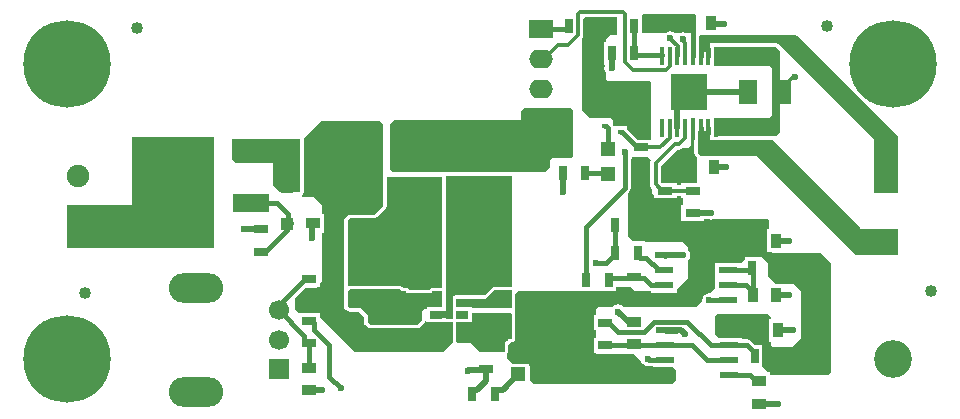
<source format=gtl>
G04*
G04 #@! TF.GenerationSoftware,Altium Limited,Altium Designer,20.2.4 (192)*
G04*
G04 Layer_Physical_Order=1*
G04 Layer_Color=255*
%FSLAX44Y44*%
%MOMM*%
G71*
G04*
G04 #@! TF.SameCoordinates,784D42F2-C5A6-4340-B429-8165139C0F3B*
G04*
G04*
G04 #@! TF.FilePolarity,Positive*
G04*
G01*
G75*
%ADD10C,0.5000*%
%ADD16R,1.2000X1.2000*%
%ADD17R,0.9000X1.3000*%
%ADD18R,1.3000X0.9000*%
%ADD19R,1.3000X0.7000*%
%ADD20R,0.7000X1.3000*%
%ADD21R,1.5000X2.0000*%
%ADD22R,1.3000X2.8000*%
%ADD23R,3.1000X1.6000*%
%ADD24R,6.9000X6.3500*%
%ADD25R,1.5494X0.6096*%
%ADD26R,0.5100X0.4000*%
%ADD27R,1.0000X0.7000*%
%ADD28R,1.5200X2.0300*%
%ADD29R,1.6000X5.7000*%
%ADD30R,1.0000X1.0000*%
%ADD31R,1.2500X0.9500*%
%ADD32R,0.3548X1.5533*%
%ADD50R,3.0988X3.0988*%
%ADD57C,1.9000*%
%ADD60C,1.0160*%
%ADD61C,0.4000*%
%ADD62C,0.3556*%
%ADD63C,0.3810*%
%ADD64R,1.9000X1.9000*%
%ADD65O,2.0000X1.6000*%
%ADD66R,2.0000X1.6000*%
%ADD67C,7.4000*%
%ADD68O,4.6000X2.5000*%
%ADD69C,1.7000*%
%ADD70R,1.7000X1.7000*%
%ADD71C,3.2000*%
%ADD72C,0.6000*%
G36*
X583000Y341000D02*
X583000Y327000D01*
X582000Y326000D01*
X574446D01*
X574192Y326169D01*
X571851Y326635D01*
X569510Y326169D01*
X569257Y326000D01*
X564922D01*
X563603Y326881D01*
X561262Y327347D01*
X558921Y326881D01*
X557602Y326000D01*
X537000Y326000D01*
Y341000D01*
X538000Y342000D01*
X582000D01*
X583000Y341000D01*
D02*
G37*
G36*
X651000Y314000D02*
X654000Y311000D01*
X654000Y286000D01*
X663000D01*
Y266000D01*
X654000D01*
Y242000D01*
X651000Y239000D01*
X599044D01*
X598160Y240270D01*
X598348Y241214D01*
Y245755D01*
X598024Y247383D01*
Y254000D01*
X645000D01*
X647000Y256000D01*
Y296000D01*
X645000Y298000D01*
X598024D01*
Y304617D01*
X598348Y306245D01*
Y311774D01*
X598158Y312730D01*
X599035Y313999D01*
X599036Y314000D01*
X651000Y314000D01*
D02*
G37*
G36*
X516000Y325000D02*
X515000Y324000D01*
X510000D01*
X507000Y321000D01*
Y318500D01*
X505000D01*
Y299500D01*
X505373D01*
X505734Y298593D01*
X505803Y298230D01*
X505363Y296016D01*
X505829Y293675D01*
X507000Y291921D01*
Y286000D01*
X508000Y285000D01*
X544000D01*
X545000Y284000D01*
Y235500D01*
X533573D01*
X524550Y244523D01*
Y247000D01*
X519005D01*
X519000Y247001D01*
X518995Y247000D01*
X513450D01*
X513000Y248084D01*
Y252000D01*
X511000Y254000D01*
X493000D01*
X486000Y261000D01*
Y320268D01*
X486223Y320490D01*
X487279Y322071D01*
X487650Y323935D01*
X487650Y323935D01*
Y337650D01*
X489128Y339128D01*
X516000D01*
Y325000D01*
D02*
G37*
G36*
X581976Y247383D02*
X581652Y245755D01*
Y241214D01*
X581965Y239640D01*
Y236594D01*
X581674Y236159D01*
X581441Y234988D01*
Y224500D01*
X581674Y223330D01*
X582337Y222337D01*
X584000Y220674D01*
Y199000D01*
X570500D01*
Y197372D01*
X566500D01*
Y199000D01*
X554389D01*
X553542Y199847D01*
Y213653D01*
X567018Y227128D01*
X568379D01*
X568379Y227128D01*
X569934Y227438D01*
X570243Y227499D01*
X571367Y228250D01*
X576000D01*
X578500Y230750D01*
Y234988D01*
X578524D01*
Y236896D01*
X578618Y237367D01*
X578618Y237367D01*
Y245734D01*
X578622Y245755D01*
X578524Y246245D01*
Y253500D01*
X581976D01*
Y247383D01*
D02*
G37*
G36*
X479000Y260000D02*
Y222000D01*
X477000Y220000D01*
X461000D01*
X459000Y218000D01*
Y212000D01*
X455000Y208000D01*
X427295D01*
X427000Y208059D01*
X371000D01*
X370704Y208000D01*
X326000D01*
Y208000D01*
X324000Y210000D01*
Y249000D01*
X327000Y252000D01*
X434000D01*
X435000Y253000D01*
Y260000D01*
X437000Y262000D01*
Y262000D01*
X477000D01*
X479000Y260000D01*
D02*
G37*
G36*
X248000Y192000D02*
X247000Y191000D01*
X231000Y191000D01*
X225000Y197000D01*
Y216000D01*
X193000Y216000D01*
X190000Y219000D01*
Y236000D01*
X248000D01*
Y192000D01*
D02*
G37*
G36*
X733250Y259250D02*
X753750Y238750D01*
X753750Y190500D01*
X753250Y190000D01*
X733250Y190000D01*
X733250Y236000D01*
X656315Y312935D01*
X656163Y313163D01*
X656163Y313163D01*
X653163Y316163D01*
X653163Y316163D01*
X652170Y316826D01*
X652170D01*
X652170Y316826D01*
X651000Y317059D01*
X651000Y317059D01*
X599036Y317059D01*
X598827Y317017D01*
X598615Y317030D01*
X598564Y317012D01*
X594976D01*
Y310250D01*
X585348D01*
Y323598D01*
X586250Y324500D01*
X668000D01*
X733250Y259250D01*
D02*
G37*
G36*
X175000Y144000D02*
X50000D01*
Y180000D01*
X105000Y180000D01*
X105000Y238000D01*
X175000D01*
Y144000D01*
D02*
G37*
G36*
X367941Y110059D02*
X359500D01*
X358329Y109826D01*
X357337Y109163D01*
X356933Y108559D01*
X340066D01*
X339663Y109163D01*
X338671Y109826D01*
X337500Y110059D01*
X335267D01*
X334163Y111163D01*
X334163Y111163D01*
X333171Y111826D01*
X332000Y112059D01*
X290000D01*
X289329Y111925D01*
X288059Y112722D01*
Y166733D01*
X290267Y168941D01*
X310302D01*
X310302Y168941D01*
X311473Y169174D01*
X312465Y169837D01*
X312465Y169837D01*
X320163Y177535D01*
X320826Y178527D01*
X321059Y179698D01*
X321059Y179698D01*
Y204000D01*
X367941D01*
X367941Y110059D01*
D02*
G37*
G36*
X594976Y234988D02*
X604524D01*
Y235000D01*
X648250D01*
X723000Y160250D01*
X753750D01*
Y138250D01*
X753250Y137750D01*
X718000D01*
X634250Y221500D01*
X587500D01*
X584500Y224500D01*
Y234988D01*
X585024D01*
Y242500D01*
X594976D01*
Y234988D01*
D02*
G37*
G36*
X427000Y93000D02*
X393000D01*
Y94000D01*
X380059D01*
Y100652D01*
X380171Y100674D01*
X380570Y100941D01*
X404000D01*
X404000Y100941D01*
X405171Y101174D01*
X406163Y101837D01*
X412267Y107941D01*
X427000D01*
Y93000D01*
D02*
G37*
G36*
Y111000D02*
X411000D01*
X404000Y104000D01*
X379000D01*
Y103500D01*
X377000D01*
Y90500D01*
Y84000D01*
X371000D01*
Y84500D01*
X358000D01*
Y90500D01*
X371000D01*
Y92000D01*
X371000Y92000D01*
Y205000D01*
X427000D01*
Y111000D01*
D02*
G37*
G36*
X332000Y109000D02*
X334000Y107000D01*
X337500D01*
Y105500D01*
X359500D01*
Y107000D01*
X367941D01*
Y94000D01*
X355000D01*
Y92000D01*
X353000D01*
X351000Y90000D01*
Y83000D01*
X347000Y79000D01*
X307000D01*
X305000Y81000D01*
Y87000D01*
X299000Y93000D01*
X290000D01*
X288000Y95000D01*
Y107000D01*
X290000Y109000D01*
X332000D01*
Y109000D01*
D02*
G37*
G36*
X544689Y218311D02*
X544170Y217535D01*
X543799Y215671D01*
X543799Y215671D01*
Y197829D01*
X543799Y197829D01*
X544170Y195965D01*
X545226Y194385D01*
X546000Y193610D01*
Y190000D01*
X547500Y188500D01*
Y186000D01*
X566500D01*
Y187628D01*
X570500D01*
Y186000D01*
X572000D01*
X572000Y180898D01*
X571102Y180000D01*
X570500D01*
Y167000D01*
X589500D01*
Y168000D01*
X593940D01*
X595433Y167703D01*
X596925Y168000D01*
X644000Y168000D01*
X645000Y167000D01*
Y159500D01*
X643000D01*
Y140500D01*
X647500D01*
X648000Y140000D01*
X688000D01*
X697000Y131000D01*
Y38000D01*
X695000Y36000D01*
X646000D01*
X645500Y36500D01*
Y38500D01*
X643500D01*
X639000Y43000D01*
Y59000D01*
X639000Y59000D01*
Y61500D01*
X633073D01*
X629336Y65236D01*
X627714Y66320D01*
X626423Y66577D01*
X626000Y67000D01*
X621849D01*
Y67748D01*
X602252D01*
X599000Y71000D01*
X599000Y86000D01*
X601000Y88000D01*
X643000Y88000D01*
X646000Y85000D01*
Y83500D01*
X645000D01*
Y64500D01*
X646000D01*
Y62000D01*
X648000Y60000D01*
X664000Y60000D01*
X672000Y68000D01*
X672000Y107000D01*
X666000Y113000D01*
X658000D01*
Y113500D01*
X650500D01*
X644000Y120000D01*
Y131000D01*
X639000Y136000D01*
X637500Y136000D01*
X637000Y136500D01*
Y136500D01*
X624000D01*
Y134000D01*
X620999Y130999D01*
X601999Y130999D01*
X601898Y130898D01*
X599304D01*
Y128304D01*
X599000Y128000D01*
X599000Y110000D01*
X594512Y105512D01*
X594253Y105564D01*
X591912Y105098D01*
X589928Y103772D01*
X588601Y101787D01*
X588136Y99446D01*
X588187Y99187D01*
X583000Y94000D01*
X521543Y94000D01*
X521326Y94326D01*
X519341Y95652D01*
X517000Y96117D01*
X514659Y95652D01*
X512674Y94326D01*
X512457Y94000D01*
X500000D01*
X498000Y92000D01*
Y87000D01*
X496500D01*
Y74000D01*
X498000D01*
Y68000D01*
X496500D01*
Y55000D01*
X498000D01*
Y55000D01*
X499000Y54000D01*
X530000D01*
X536362Y47638D01*
X537674Y45674D01*
X539638Y44362D01*
X540000Y44000D01*
X541409D01*
X542000Y43882D01*
X542591Y44000D01*
X542994Y44000D01*
X543000Y43999D01*
X546253D01*
Y42952D01*
X563048D01*
X566000Y40000D01*
Y32000D01*
X563000Y29000D01*
X445000Y29000D01*
X442000Y32000D01*
X442000Y44000D01*
X441500Y44500D01*
Y46000D01*
X440000D01*
X440000Y46000D01*
X428000D01*
X423000Y51000D01*
Y54674D01*
X423163Y54837D01*
X423826Y55830D01*
X424059Y57000D01*
X424059Y57000D01*
Y62052D01*
X424671Y62174D01*
X425663Y62837D01*
X426326Y63829D01*
X426348Y63941D01*
X427000D01*
X428171Y64174D01*
X429163Y64837D01*
X429826Y65830D01*
X430059Y67000D01*
Y88000D01*
X430059Y88000D01*
X430000Y88296D01*
Y92704D01*
X430059Y93000D01*
Y105059D01*
X432000Y107000D01*
X460000Y107000D01*
X512000D01*
X512500Y107500D01*
X515500D01*
Y110500D01*
X516000Y111000D01*
X527000D01*
X531000Y107000D01*
X545202Y107000D01*
Y106102D01*
X566696D01*
Y108696D01*
X576000Y118000D01*
Y133457D01*
X576326Y133674D01*
X577652Y135659D01*
X578117Y138000D01*
X577652Y140341D01*
X576326Y142326D01*
X576000Y142543D01*
Y145000D01*
X572000Y149000D01*
X540000Y149000D01*
Y149500D01*
X529500D01*
X525000Y154000D01*
Y189927D01*
X526036Y190964D01*
X527120Y192586D01*
X527501Y194500D01*
Y218501D01*
X529000Y220000D01*
Y221000D01*
X542000D01*
X544689Y218311D01*
D02*
G37*
G36*
X427000Y88000D02*
Y67000D01*
X423500D01*
Y65000D01*
X422000D01*
X421000Y64000D01*
Y57000D01*
X420000Y56000D01*
X399000D01*
X392000Y63000D01*
X381000D01*
X380000Y64000D01*
Y81000D01*
X393000D01*
Y89000D01*
X426000D01*
X427000Y88000D01*
D02*
G37*
G36*
X318000Y248000D02*
Y179698D01*
X310302Y172000D01*
X289000D01*
Y172000D01*
X285000Y168000D01*
Y107296D01*
X284941Y107000D01*
X284941Y107000D01*
Y95000D01*
X285000Y94705D01*
Y93000D01*
X287000Y91000D01*
X287674D01*
X287837Y90837D01*
X288829Y90174D01*
X290000Y89941D01*
X290000Y89941D01*
X297733D01*
X301941Y85733D01*
Y81000D01*
X302000Y80704D01*
Y80000D01*
X302181Y79819D01*
X302837Y78837D01*
X304837Y76837D01*
X305830Y76174D01*
X307000Y75941D01*
X307000Y75941D01*
X347000D01*
X347000Y75941D01*
X348171Y76174D01*
X349163Y76837D01*
X349163Y76837D01*
X353163Y80837D01*
X353730Y81686D01*
X353876Y81692D01*
X355000Y81000D01*
Y81000D01*
X370705D01*
X371000Y80941D01*
X376941D01*
Y64000D01*
X376941Y64000D01*
X376951Y63951D01*
X369000Y56000D01*
X294000D01*
X264500Y85500D01*
Y88500D01*
X246500D01*
X243000Y92000D01*
Y101427D01*
X251573Y110000D01*
X262000D01*
Y111000D01*
X264500D01*
Y114500D01*
X266000Y116000D01*
Y156900D01*
X268250D01*
Y172400D01*
X266000D01*
Y180000D01*
X259000Y187000D01*
X250292D01*
X249371Y188009D01*
X249421Y189095D01*
X250163Y189837D01*
X250826Y190830D01*
X251059Y192000D01*
X251059Y192000D01*
Y236000D01*
X250883Y236883D01*
X265000Y251000D01*
X315000D01*
X318000Y248000D01*
D02*
G37*
D10*
X579500Y212000D02*
Y212809D01*
X577500Y214809D02*
X579500Y212809D01*
X567691Y214809D02*
X577500D01*
X567500Y215000D02*
X567691Y214809D01*
X511480Y296016D02*
Y307980D01*
X512000Y308500D01*
X511500Y309000D02*
X512000Y308500D01*
X511500Y309000D02*
X511500Y309000D01*
X470000Y191000D02*
Y207000D01*
X470000Y191000D02*
X470000Y191000D01*
X258191Y163841D02*
X259000Y164650D01*
X258191Y152841D02*
Y163841D01*
X258000Y152650D02*
X258191Y152841D01*
X258000Y152650D02*
Y155300D01*
X567250Y266250D02*
X577000Y276000D01*
X577000Y276000D02*
X627300D01*
X577000Y276000D02*
X577000Y276000D01*
X525770Y81230D02*
X530000D01*
X517000Y90000D02*
X525770Y81230D01*
X557952Y138000D02*
X572000D01*
X556726Y136773D02*
X557952Y138000D01*
X555949Y137550D02*
X556726Y136773D01*
X557548Y73852D02*
X566877D01*
X557000Y74400D02*
X557548Y73852D01*
X557000Y74400D02*
X570600D01*
X574000Y71000D01*
X650500Y150000D02*
X662000D01*
X595716Y333784D02*
X606817D01*
X595500Y334000D02*
X595716Y333784D01*
X580321Y173821D02*
X595433D01*
X580000Y173500D02*
X580321Y173821D01*
X567250Y245755D02*
Y266250D01*
X255000Y23500D02*
X255309Y23809D01*
X265809D01*
X266000Y24000D01*
X598500Y212000D02*
X608000D01*
X650500Y104000D02*
X662000D01*
X662000Y104000D01*
X652500Y74000D02*
X652500Y74000D01*
X665000D01*
X665000Y74000D01*
X636000Y12000D02*
X636000Y12000D01*
X652000D01*
X200771Y159500D02*
X215000D01*
X200271Y160000D02*
X200771Y159500D01*
X200000Y160000D02*
X200271D01*
X405000Y31500D02*
Y41000D01*
X397500Y24000D02*
X405000Y31500D01*
X394500Y24000D02*
X397500D01*
X393500Y23000D02*
X394500Y24000D01*
X393500Y20000D02*
Y23000D01*
X404191Y40191D02*
X405000Y41000D01*
X390191Y40191D02*
X404191D01*
X390000Y40000D02*
X390191Y40191D01*
X313000Y122000D02*
X325000D01*
X301000D02*
X313000D01*
Y142000D02*
X313000Y142000D01*
X313000Y122000D02*
Y142000D01*
X325000Y122000D02*
X343000D01*
X348500Y127500D01*
Y137000D01*
X413500Y23803D02*
X419303D01*
X412500Y22803D02*
X413500Y23803D01*
X412500Y20000D02*
Y22803D01*
X419303Y23803D02*
X432500Y37000D01*
D16*
X508000Y227500D02*
D03*
Y206500D02*
D03*
X432500Y37000D02*
D03*
Y58000D02*
D03*
D17*
X595500Y334000D02*
D03*
X576500D02*
D03*
X652500Y74000D02*
D03*
X633500D02*
D03*
X631500Y104000D02*
D03*
X650500D02*
D03*
X650500Y150000D02*
D03*
X631500D02*
D03*
X579500Y212000D02*
D03*
X598500D02*
D03*
D18*
X530000Y62230D02*
D03*
Y81230D02*
D03*
X636000Y31000D02*
D03*
Y12000D02*
D03*
X255000Y42500D02*
D03*
Y23500D02*
D03*
X301000Y122000D02*
D03*
Y103000D02*
D03*
X325000Y122000D02*
D03*
Y103000D02*
D03*
X325000Y64500D02*
D03*
Y83500D02*
D03*
X420000Y102500D02*
D03*
Y121500D02*
D03*
D19*
X506000Y80500D02*
D03*
Y61500D02*
D03*
X580000Y192500D02*
D03*
Y173500D02*
D03*
X557000Y173500D02*
D03*
Y192500D02*
D03*
X536000Y248000D02*
D03*
Y229000D02*
D03*
X255000Y82000D02*
D03*
Y63000D02*
D03*
X530000Y100500D02*
D03*
Y119500D02*
D03*
X255000Y98500D02*
D03*
Y117500D02*
D03*
X405000Y60000D02*
D03*
Y41000D02*
D03*
X215000Y140500D02*
D03*
Y159500D02*
D03*
D20*
X651500Y52000D02*
D03*
X632500D02*
D03*
X533500Y140000D02*
D03*
X514500D02*
D03*
X533500Y163000D02*
D03*
X514500D02*
D03*
X489000Y207000D02*
D03*
X470000D02*
D03*
X530500Y309000D02*
D03*
X511500D02*
D03*
X511500Y332000D02*
D03*
X530500D02*
D03*
X490000Y117000D02*
D03*
X509000D02*
D03*
X649500Y127000D02*
D03*
X630500D02*
D03*
X494500Y332000D02*
D03*
X475500D02*
D03*
X412500Y20000D02*
D03*
X393500D02*
D03*
X441500Y80000D02*
D03*
X422500D02*
D03*
D21*
X627300Y276000D02*
D03*
X655000D02*
D03*
D22*
X293000Y230000D02*
D03*
X341000D02*
D03*
D23*
X206000Y182140D02*
D03*
Y227860D02*
D03*
D24*
X140000Y205000D02*
D03*
D25*
X557000Y74400D02*
D03*
Y61700D02*
D03*
Y49000D02*
D03*
Y36300D02*
D03*
X611102Y74400D02*
D03*
Y61700D02*
D03*
Y49000D02*
D03*
Y36300D02*
D03*
X555949Y137550D02*
D03*
Y124850D02*
D03*
Y112150D02*
D03*
Y99450D02*
D03*
X610051Y137550D02*
D03*
Y124850D02*
D03*
Y112150D02*
D03*
Y99450D02*
D03*
D26*
X506100Y247000D02*
D03*
X519000Y252000D02*
D03*
Y242000D02*
D03*
D27*
X385000Y78000D02*
D03*
Y87500D02*
D03*
Y97000D02*
D03*
X363000Y78000D02*
D03*
Y97000D02*
D03*
Y87500D02*
D03*
D28*
X239600Y225000D02*
D03*
X270000D02*
D03*
D29*
X395500Y137000D02*
D03*
X348500D02*
D03*
D30*
X237000Y164250D02*
D03*
Y195750D02*
D03*
D31*
X259000Y164650D02*
D03*
Y197350D02*
D03*
D32*
X599750Y306245D02*
D03*
X593250D02*
D03*
X586750D02*
D03*
X580250D02*
D03*
X573750D02*
D03*
X567250D02*
D03*
X560750D02*
D03*
X554250D02*
D03*
Y245755D02*
D03*
X560750D02*
D03*
X567250D02*
D03*
X573750D02*
D03*
X580250D02*
D03*
X586750D02*
D03*
X593250D02*
D03*
X599750D02*
D03*
D50*
X577000Y276000D02*
D03*
D57*
X743000Y150000D02*
D03*
X60000Y205000D02*
D03*
D60*
X782220Y107548D02*
D03*
X694000Y332000D02*
D03*
X110000Y330000D02*
D03*
X65407Y105831D02*
D03*
D61*
X542000Y333000D02*
X552000D01*
X562541D01*
X593024Y312000D02*
X593250Y311774D01*
X586750Y306245D02*
Y311774D01*
X586976Y312000D02*
X593024D01*
X593250Y306245D02*
Y311774D01*
X586750D02*
X586976Y312000D01*
X587476Y240488D02*
X592524D01*
X593250Y241214D01*
X586750D02*
X587476Y240488D01*
X586750Y241214D02*
Y245755D01*
X593250Y241214D02*
Y245755D01*
X564541Y334000D02*
X576500D01*
X563541Y333000D02*
X564541Y334000D01*
X580250Y306245D02*
Y328250D01*
X576500Y332000D02*
X580250Y328250D01*
X576500Y332000D02*
Y334000D01*
D62*
X548671Y197829D02*
X554000Y192500D01*
X548671Y197829D02*
Y215671D01*
X565000Y232000D01*
X554000Y192500D02*
X557000D01*
X557000Y192500D02*
X580000D01*
X665000Y289000D02*
X666500D01*
X660722Y284722D02*
X665000Y289000D01*
X660722Y281722D02*
Y284722D01*
X655000Y276000D02*
X660722Y281722D01*
X482778Y323935D02*
Y341917D01*
X521139Y344000D02*
X523222Y341917D01*
Y318278D02*
Y341917D01*
X482778D02*
X484861Y344000D01*
X521139D01*
X523222Y318278D02*
X523222Y318278D01*
X523222Y300935D02*
Y318278D01*
Y300935D02*
X529456Y294701D01*
X561262Y321152D02*
X567254Y315161D01*
X561262Y321152D02*
Y321230D01*
X571851Y319657D02*
Y320517D01*
Y319657D02*
X573754Y317754D01*
Y306250D02*
Y317754D01*
X567250Y306245D02*
X567254Y306250D01*
Y315161D01*
X573750Y306245D02*
X573754Y306250D01*
X568379Y232000D02*
X573746Y237367D01*
X565000Y232000D02*
X568379D01*
X573746Y237367D02*
Y245751D01*
X573750Y245755D01*
X552379Y229000D02*
X560746Y237367D01*
Y245751D01*
X536000Y229000D02*
X552379D01*
X529456Y294701D02*
X557589D01*
X466000Y316000D02*
X474843D01*
X557589Y294701D02*
X560746Y297858D01*
X474843Y316000D02*
X482778Y323935D01*
X452000Y304000D02*
X454000D01*
X560746Y297858D02*
Y306241D01*
X454000Y304000D02*
X466000Y316000D01*
X560746Y306241D02*
X560750Y306245D01*
X560746Y245751D02*
X560750Y245755D01*
D63*
X259595Y74405D02*
Y80405D01*
Y74405D02*
X272000Y62000D01*
Y35000D02*
Y62000D01*
Y35000D02*
X282000Y25000D01*
X258000Y82000D02*
X259595Y80405D01*
X255000Y82000D02*
X258000D01*
X522500Y194500D02*
Y225000D01*
X490000Y162000D02*
X522500Y194500D01*
X506388Y131000D02*
X514500Y139112D01*
X498000Y131000D02*
X506388D01*
X219595Y142095D02*
Y142095D01*
X236905Y161905D02*
X240000Y165000D01*
X219595Y142095D02*
X236905Y159405D01*
Y161905D01*
X218000Y140500D02*
X219595Y142095D01*
X402952Y78000D02*
X420905D01*
X385000D02*
X402952D01*
X405000Y60000D02*
Y75953D01*
X402952Y78000D02*
X405000Y75953D01*
X420905Y78000D02*
X422500Y79595D01*
Y80000D01*
X516675Y72825D02*
X539108D01*
X547635Y81353D02*
X575647D01*
X509000Y80500D02*
X516675Y72825D01*
X575647Y81353D02*
X595300Y61700D01*
X539108Y72825D02*
X547635Y81353D01*
X506000Y80500D02*
X509000D01*
X532095Y307000D02*
X554119D01*
X530500Y308595D02*
X532095Y307000D01*
X530500Y308595D02*
Y313595D01*
Y332000D01*
X530500Y332000D01*
X452000Y329400D02*
X473905D01*
X475500Y330995D01*
Y332000D01*
X252000Y117500D02*
X255000D01*
X232524Y98024D02*
X252000Y117500D01*
X232524Y93524D02*
Y98024D01*
X230000Y91000D02*
X232524Y93524D01*
X230000Y91000D02*
X251269Y69731D01*
X252864Y63000D02*
X255000D01*
X251269Y64595D02*
X252864Y63000D01*
X251269Y64595D02*
Y69731D01*
X255000Y42500D02*
Y63000D01*
X206140Y182000D02*
X228267D01*
X237403Y167597D02*
X240000Y165000D01*
X237403Y167597D02*
Y172865D01*
X228267Y182000D02*
X237403Y172865D01*
X206000Y182140D02*
X206140Y182000D01*
X215000Y140500D02*
X218000D01*
X533000Y229000D02*
X536000D01*
X520095Y241905D02*
X533000Y229000D01*
X519095Y241905D02*
X520095D01*
X519000Y242000D02*
X519095Y241905D01*
X508000Y227500D02*
Y245650D01*
X506650Y247000D02*
X508000Y245650D01*
X506100Y247000D02*
X506650D01*
X489000Y207000D02*
X507500D01*
X508000Y206500D01*
X542000Y50000D02*
X543000Y49000D01*
X490000Y117000D02*
Y162000D01*
X514500Y140000D02*
Y163000D01*
X631000Y106500D02*
Y126500D01*
X610051Y112150D02*
X625350D01*
X631000Y106500D01*
Y104500D02*
Y106500D01*
X629350Y124850D02*
X631000Y126500D01*
X610051Y124850D02*
X629350D01*
X631000Y104500D02*
X631500Y104000D01*
X611102Y36300D02*
X628700D01*
X634000Y31000D01*
X636000D01*
X595300Y61700D02*
X611102D01*
X557000D02*
X579300D01*
X592000Y49000D02*
X611102D01*
X579300Y61700D02*
X592000Y49000D01*
X632500Y52000D02*
Y55000D01*
X625800Y61700D02*
X632500Y55000D01*
X611102Y61700D02*
X625800D01*
X530266Y61965D02*
X556735D01*
X506365Y61865D02*
X529635D01*
X530000Y62230D01*
X543000Y49000D02*
X557000D01*
X530000Y62230D02*
X530266Y61965D01*
X556735D02*
X557000Y61700D01*
X506000Y61500D02*
X506365Y61865D01*
X530000Y119500D02*
X531481Y118019D01*
X538981D01*
X555870Y112229D02*
X555949Y112150D01*
X544771Y112229D02*
X555870D01*
X538981Y118019D02*
X544771Y112229D01*
X509000Y117000D02*
X510000Y118000D01*
X528500D01*
X530000Y119500D01*
X551250Y124850D02*
X555949D01*
X540695Y135405D02*
X551250Y124850D01*
X535095Y135405D02*
X540695D01*
X533500Y137000D02*
X535095Y135405D01*
X533500Y137000D02*
Y140000D01*
X514500Y139112D02*
Y140000D01*
X594253Y99446D02*
X610047D01*
X610051Y99450D01*
D64*
X743000Y200000D02*
D03*
X60000Y155000D02*
D03*
D65*
X452000Y278600D02*
D03*
Y304000D02*
D03*
D66*
Y329400D02*
D03*
D67*
X750000Y300000D02*
D03*
X50000D02*
D03*
Y50000D02*
D03*
D68*
X160000Y110000D02*
D03*
Y22000D02*
D03*
D69*
X230000Y91000D02*
D03*
Y66000D02*
D03*
D70*
Y41000D02*
D03*
D71*
X750000Y50000D02*
D03*
D72*
X456001Y92030D02*
D03*
X456000Y101000D02*
D03*
X464000Y92000D02*
D03*
Y101000D02*
D03*
X351000Y147000D02*
D03*
Y138000D02*
D03*
X360000D02*
D03*
Y147000D02*
D03*
X536000Y244000D02*
D03*
Y253000D02*
D03*
Y263000D02*
D03*
Y215000D02*
D03*
X536000Y207000D02*
D03*
X536000Y199000D02*
D03*
X542000Y333000D02*
D03*
X552000D02*
D03*
X562541D02*
D03*
X567500Y215000D02*
D03*
Y202500D02*
D03*
X557500Y207500D02*
D03*
X666500Y289000D02*
D03*
X511480Y296016D02*
D03*
X470000Y191000D02*
D03*
X460000Y230000D02*
D03*
Y240000D02*
D03*
Y250000D02*
D03*
X470000D02*
D03*
Y240000D02*
D03*
Y230000D02*
D03*
X282000Y25000D02*
D03*
X258000Y152650D02*
D03*
X567500Y267500D02*
D03*
X577500Y287500D02*
D03*
X587500Y277500D02*
D03*
X561262Y321230D02*
D03*
X571851Y320517D02*
D03*
X517000Y90000D02*
D03*
X572000Y138000D02*
D03*
X574000Y71000D02*
D03*
X662000Y150000D02*
D03*
X522500Y225000D02*
D03*
X606817Y333784D02*
D03*
X595433Y173821D02*
D03*
X577500Y277500D02*
D03*
X587500Y267500D02*
D03*
Y287500D02*
D03*
X567500Y277500D02*
D03*
Y287500D02*
D03*
X577500Y267500D02*
D03*
X498000Y131000D02*
D03*
X309000Y89000D02*
D03*
X266000Y24000D02*
D03*
X608000Y212000D02*
D03*
X662000Y104000D02*
D03*
X665000Y74000D02*
D03*
X652000Y12000D02*
D03*
X200000Y160000D02*
D03*
X390000Y40000D02*
D03*
X345000Y88000D02*
D03*
X460000Y80000D02*
D03*
X313000Y142000D02*
D03*
X542000Y50000D02*
D03*
X594253Y99446D02*
D03*
M02*

</source>
